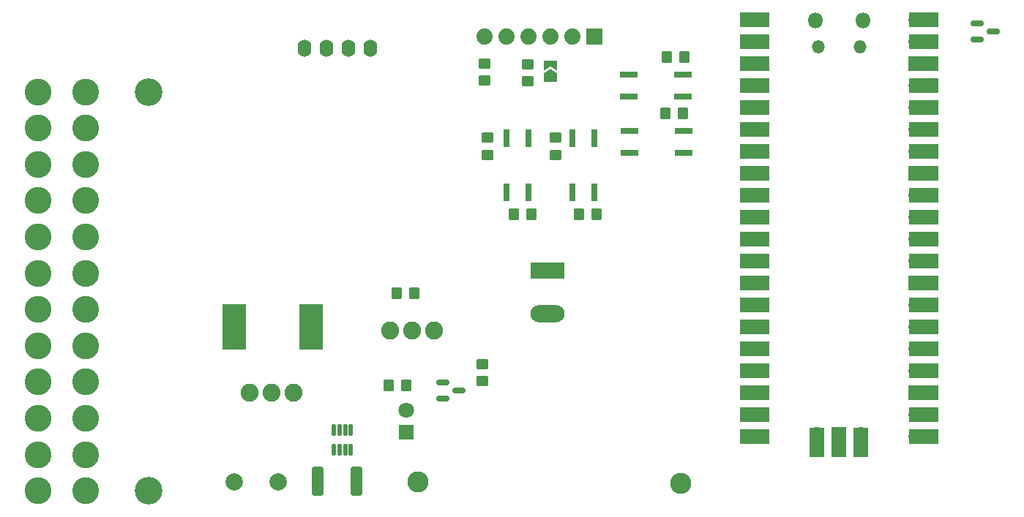
<source format=gbr>
%TF.GenerationSoftware,KiCad,Pcbnew,6.0.2+dfsg-1*%
%TF.CreationDate,2023-01-30T12:45:33-05:00*%
%TF.ProjectId,atx-power-fixture,6174782d-706f-4776-9572-2d6669787475,rev?*%
%TF.SameCoordinates,Original*%
%TF.FileFunction,Soldermask,Top*%
%TF.FilePolarity,Negative*%
%FSLAX46Y46*%
G04 Gerber Fmt 4.6, Leading zero omitted, Abs format (unit mm)*
G04 Created by KiCad (PCBNEW 6.0.2+dfsg-1) date 2023-01-30 12:45:33*
%MOMM*%
%LPD*%
G01*
G04 APERTURE LIST*
G04 Aperture macros list*
%AMRoundRect*
0 Rectangle with rounded corners*
0 $1 Rounding radius*
0 $2 $3 $4 $5 $6 $7 $8 $9 X,Y pos of 4 corners*
0 Add a 4 corners polygon primitive as box body*
4,1,4,$2,$3,$4,$5,$6,$7,$8,$9,$2,$3,0*
0 Add four circle primitives for the rounded corners*
1,1,$1+$1,$2,$3*
1,1,$1+$1,$4,$5*
1,1,$1+$1,$6,$7*
1,1,$1+$1,$8,$9*
0 Add four rect primitives between the rounded corners*
20,1,$1+$1,$2,$3,$4,$5,0*
20,1,$1+$1,$4,$5,$6,$7,0*
20,1,$1+$1,$6,$7,$8,$9,0*
20,1,$1+$1,$8,$9,$2,$3,0*%
%AMFreePoly0*
4,1,6,1.000000,0.000000,0.500000,-0.750000,-0.500000,-0.750000,-0.500000,0.750000,0.500000,0.750000,1.000000,0.000000,1.000000,0.000000,$1*%
%AMFreePoly1*
4,1,6,0.500000,-0.750000,-0.650000,-0.750000,-0.150000,0.000000,-0.650000,0.750000,0.500000,0.750000,0.500000,-0.750000,0.500000,-0.750000,$1*%
G04 Aperture macros list end*
%ADD10C,3.202940*%
%ADD11C,3.101340*%
%ADD12R,3.960000X1.980000*%
%ADD13O,3.960000X1.980000*%
%ADD14R,0.640000X2.000000*%
%ADD15RoundRect,0.250000X0.450000X-0.350000X0.450000X0.350000X-0.450000X0.350000X-0.450000X-0.350000X0*%
%ADD16C,2.451100*%
%ADD17R,2.000000X0.640000*%
%ADD18O,1.600000X2.000000*%
%ADD19RoundRect,0.250000X-0.450000X0.350000X-0.450000X-0.350000X0.450000X-0.350000X0.450000X0.350000X0*%
%ADD20R,2.794000X5.257800*%
%ADD21O,1.800000X1.800000*%
%ADD22O,1.500000X1.500000*%
%ADD23O,1.700000X1.700000*%
%ADD24R,3.500000X1.700000*%
%ADD25R,1.700000X1.700000*%
%ADD26R,1.700000X3.500000*%
%ADD27RoundRect,0.250000X-0.400000X-1.450000X0.400000X-1.450000X0.400000X1.450000X-0.400000X1.450000X0*%
%ADD28RoundRect,0.250000X-0.350000X-0.450000X0.350000X-0.450000X0.350000X0.450000X-0.350000X0.450000X0*%
%ADD29RoundRect,0.150000X-0.587500X-0.150000X0.587500X-0.150000X0.587500X0.150000X-0.587500X0.150000X0*%
%ADD30RoundRect,0.250000X0.350000X0.450000X-0.350000X0.450000X-0.350000X-0.450000X0.350000X-0.450000X0*%
%ADD31C,2.082800*%
%ADD32R,1.879600X1.879600*%
%ADD33C,1.879600*%
%ADD34R,1.800000X1.800000*%
%ADD35C,1.800000*%
%ADD36C,2.000000*%
%ADD37FreePoly0,90.000000*%
%ADD38FreePoly1,90.000000*%
%ADD39RoundRect,0.125000X0.125000X-0.537500X0.125000X0.537500X-0.125000X0.537500X-0.125000X-0.537500X0*%
G04 APERTURE END LIST*
D10*
%TO.C,J1*%
X103699960Y-108796800D03*
X103699960Y-62599280D03*
D11*
X96400000Y-62599280D03*
X96400000Y-66800440D03*
X96400000Y-70999060D03*
X96400000Y-75200220D03*
X96400000Y-79398840D03*
X96400000Y-83600000D03*
X96400000Y-87796080D03*
X96400000Y-91997240D03*
X96400000Y-96195860D03*
X96400000Y-100397020D03*
X96400000Y-104595640D03*
X96400000Y-108796800D03*
X90900900Y-62599280D03*
X90900900Y-66800440D03*
X90900900Y-70999060D03*
X90900900Y-75200220D03*
X90900900Y-79398840D03*
X90900900Y-83600000D03*
X90900900Y-87796080D03*
X90900900Y-91997240D03*
X90900900Y-96195860D03*
X90900900Y-100397020D03*
X90900900Y-104595640D03*
X90900900Y-108796800D03*
%TD*%
D12*
%TO.C,J2*%
X149900000Y-83300000D03*
D13*
X149900000Y-88300000D03*
%TD*%
D14*
%TO.C,U7*%
X145130000Y-74250000D03*
X147670000Y-74250000D03*
X147670000Y-67950000D03*
X145130000Y-67950000D03*
%TD*%
D15*
%TO.C,R9*%
X142300000Y-96100000D03*
X142300000Y-94100000D03*
%TD*%
D16*
%TO.C,J3*%
X165229375Y-107900000D03*
%TD*%
D17*
%TO.C,U4*%
X159250000Y-60630000D03*
X159250000Y-63170000D03*
X165550000Y-63170000D03*
X165550000Y-60630000D03*
%TD*%
D18*
%TO.C,U1*%
X121780000Y-57550000D03*
X124320000Y-57550000D03*
X126860000Y-57550000D03*
X129400000Y-57550000D03*
%TD*%
D15*
%TO.C,R13*%
X150800000Y-69900000D03*
X150800000Y-67900000D03*
%TD*%
D19*
%TO.C,R5*%
X142600000Y-59300000D03*
X142600000Y-61300000D03*
%TD*%
D16*
%TO.C,J4*%
X134870625Y-107753676D03*
%TD*%
D20*
%TO.C,R1*%
X122500000Y-89800000D03*
X113584600Y-89800000D03*
%TD*%
D21*
%TO.C,U3*%
X186315000Y-54350000D03*
D22*
X181165000Y-57380000D03*
X186015000Y-57380000D03*
D21*
X180865000Y-54350000D03*
D23*
X174700000Y-54220000D03*
D24*
X173800000Y-54220000D03*
D23*
X174700000Y-56760000D03*
D24*
X173800000Y-56760000D03*
D25*
X174700000Y-59300000D03*
D24*
X173800000Y-59300000D03*
X173800000Y-61840000D03*
D23*
X174700000Y-61840000D03*
X174700000Y-64380000D03*
D24*
X173800000Y-64380000D03*
D23*
X174700000Y-66920000D03*
D24*
X173800000Y-66920000D03*
X173800000Y-69460000D03*
D23*
X174700000Y-69460000D03*
D25*
X174700000Y-72000000D03*
D24*
X173800000Y-72000000D03*
D23*
X174700000Y-74540000D03*
D24*
X173800000Y-74540000D03*
X173800000Y-77080000D03*
D23*
X174700000Y-77080000D03*
D24*
X173800000Y-79620000D03*
D23*
X174700000Y-79620000D03*
D24*
X173800000Y-82160000D03*
D23*
X174700000Y-82160000D03*
D25*
X174700000Y-84700000D03*
D24*
X173800000Y-84700000D03*
D23*
X174700000Y-87240000D03*
D24*
X173800000Y-87240000D03*
X173800000Y-89780000D03*
D23*
X174700000Y-89780000D03*
D24*
X173800000Y-92320000D03*
D23*
X174700000Y-92320000D03*
X174700000Y-94860000D03*
D24*
X173800000Y-94860000D03*
D25*
X174700000Y-97400000D03*
D24*
X173800000Y-97400000D03*
D23*
X174700000Y-99940000D03*
D24*
X173800000Y-99940000D03*
X173800000Y-102480000D03*
D23*
X174700000Y-102480000D03*
X192480000Y-102480000D03*
D24*
X193380000Y-102480000D03*
X193380000Y-99940000D03*
D23*
X192480000Y-99940000D03*
D24*
X193380000Y-97400000D03*
D25*
X192480000Y-97400000D03*
D24*
X193380000Y-94860000D03*
D23*
X192480000Y-94860000D03*
X192480000Y-92320000D03*
D24*
X193380000Y-92320000D03*
D23*
X192480000Y-89780000D03*
D24*
X193380000Y-89780000D03*
X193380000Y-87240000D03*
D23*
X192480000Y-87240000D03*
D25*
X192480000Y-84700000D03*
D24*
X193380000Y-84700000D03*
D23*
X192480000Y-82160000D03*
D24*
X193380000Y-82160000D03*
D23*
X192480000Y-79620000D03*
D24*
X193380000Y-79620000D03*
X193380000Y-77080000D03*
D23*
X192480000Y-77080000D03*
D24*
X193380000Y-74540000D03*
D23*
X192480000Y-74540000D03*
D24*
X193380000Y-72000000D03*
D25*
X192480000Y-72000000D03*
D24*
X193380000Y-69460000D03*
D23*
X192480000Y-69460000D03*
D24*
X193380000Y-66920000D03*
D23*
X192480000Y-66920000D03*
D24*
X193380000Y-64380000D03*
D23*
X192480000Y-64380000D03*
X192480000Y-61840000D03*
D24*
X193380000Y-61840000D03*
X193380000Y-59300000D03*
D25*
X192480000Y-59300000D03*
D24*
X193380000Y-56760000D03*
D23*
X192480000Y-56760000D03*
D24*
X193380000Y-54220000D03*
D23*
X192480000Y-54220000D03*
X181050000Y-102250000D03*
D26*
X181050000Y-103150000D03*
X183590000Y-103150000D03*
D25*
X183590000Y-102250000D03*
D23*
X186130000Y-102250000D03*
D26*
X186130000Y-103150000D03*
%TD*%
D27*
%TO.C,R2*%
X123275000Y-107700000D03*
X127725000Y-107700000D03*
%TD*%
D28*
%TO.C,R8*%
X132425000Y-85900000D03*
X134425000Y-85900000D03*
%TD*%
D17*
%TO.C,U5*%
X159300000Y-67100000D03*
X159300000Y-69640000D03*
X165600000Y-69640000D03*
X165600000Y-67100000D03*
%TD*%
D29*
%TO.C,Q1*%
X199562500Y-54650000D03*
X199562500Y-56550000D03*
X201437500Y-55600000D03*
%TD*%
D14*
%TO.C,U6*%
X152730000Y-74250000D03*
X155270000Y-74250000D03*
X155270000Y-67950000D03*
X152730000Y-67950000D03*
%TD*%
D30*
%TO.C,R11*%
X148000000Y-76800000D03*
X146000000Y-76800000D03*
%TD*%
D31*
%TO.C,SW2*%
X136740000Y-90200000D03*
X134200000Y-90200000D03*
X131660000Y-90200000D03*
%TD*%
D28*
%TO.C,R3*%
X131500000Y-96600000D03*
X133500000Y-96600000D03*
%TD*%
D32*
%TO.C,J5*%
X155260000Y-56200000D03*
D33*
X152720000Y-56200000D03*
X150180000Y-56200000D03*
X147640000Y-56200000D03*
X145100000Y-56200000D03*
X142560000Y-56200000D03*
%TD*%
D29*
%TO.C,Q2*%
X137762500Y-96250000D03*
X137762500Y-98150000D03*
X139637500Y-97200000D03*
%TD*%
D34*
%TO.C,D1*%
X133500000Y-102000000D03*
D35*
X133500000Y-99460000D03*
%TD*%
D36*
%TO.C,F1*%
X113600000Y-107800000D03*
X118680000Y-107800000D03*
%TD*%
D19*
%TO.C,R4*%
X147600000Y-59400000D03*
X147600000Y-61400000D03*
%TD*%
D37*
%TO.C,JP1*%
X150200000Y-60950000D03*
D38*
X150200000Y-59500000D03*
%TD*%
D39*
%TO.C,U2*%
X125150000Y-104000000D03*
X125800000Y-104000000D03*
X126450000Y-104000000D03*
X127100000Y-104000000D03*
X127100000Y-101725000D03*
X126450000Y-101725000D03*
X125800000Y-101725000D03*
X125150000Y-101725000D03*
%TD*%
D28*
%TO.C,R6*%
X163515005Y-65116561D03*
X165515005Y-65116561D03*
%TD*%
D30*
%TO.C,R10*%
X155500000Y-76800000D03*
X153500000Y-76800000D03*
%TD*%
D15*
%TO.C,R12*%
X142900000Y-69900000D03*
X142900000Y-67900000D03*
%TD*%
D28*
%TO.C,R7*%
X163700000Y-58600000D03*
X165700000Y-58600000D03*
%TD*%
D31*
%TO.C,SW1*%
X120440000Y-97400000D03*
X117900000Y-97400000D03*
X115360000Y-97400000D03*
%TD*%
M02*

</source>
